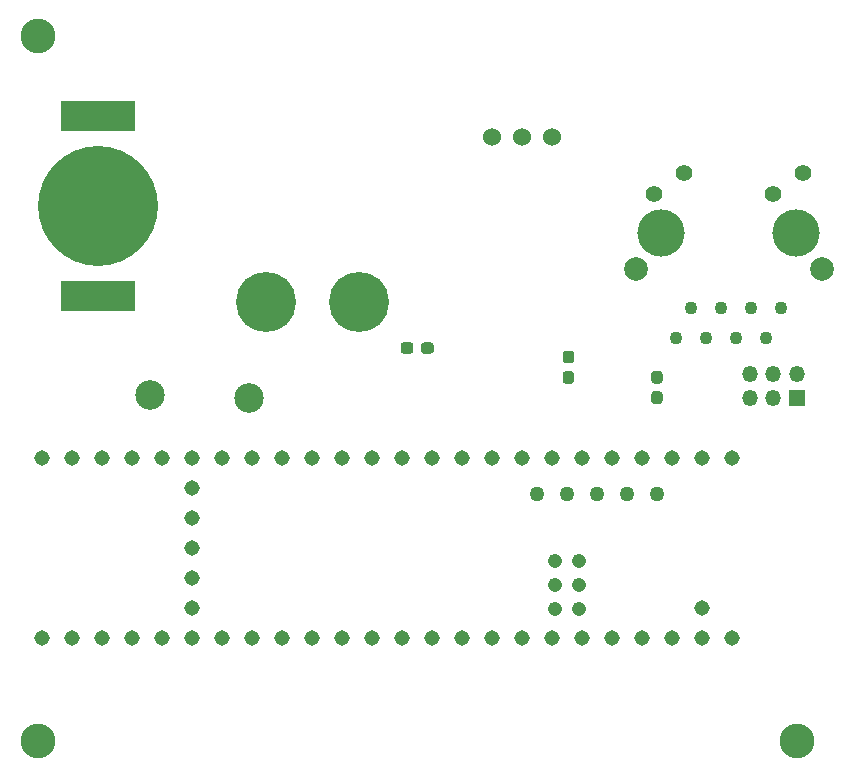
<source format=gbr>
%TF.GenerationSoftware,KiCad,Pcbnew,(5.1.10)-1*%
%TF.CreationDate,2021-12-04T17:03:40-06:00*%
%TF.ProjectId,blackbox_rev1,626c6163-6b62-46f7-985f-726576312e6b,rev?*%
%TF.SameCoordinates,Original*%
%TF.FileFunction,Soldermask,Top*%
%TF.FilePolarity,Negative*%
%FSLAX46Y46*%
G04 Gerber Fmt 4.6, Leading zero omitted, Abs format (unit mm)*
G04 Created by KiCad (PCBNEW (5.1.10)-1) date 2021-12-04 17:03:40*
%MOMM*%
%LPD*%
G01*
G04 APERTURE LIST*
%ADD10C,1.308000*%
%ADD11C,1.258000*%
%ADD12C,1.208000*%
%ADD13C,2.946400*%
%ADD14O,1.350000X1.350000*%
%ADD15R,1.350000X1.350000*%
%ADD16C,1.524000*%
%ADD17C,2.500000*%
%ADD18C,1.100000*%
%ADD19C,4.000000*%
%ADD20C,1.400000*%
%ADD21C,2.000000*%
%ADD22C,5.080000*%
%ADD23C,10.160000*%
%ADD24R,6.350000X2.540000*%
G04 APERTURE END LIST*
D10*
%TO.C,U1*%
X107061000Y-77597000D03*
X66421000Y-77597000D03*
X61341000Y-62357000D03*
X81661000Y-77597000D03*
X79121000Y-62357000D03*
X71501000Y-62357000D03*
X89281000Y-77597000D03*
X107061000Y-62357000D03*
X74041000Y-62357000D03*
X104521000Y-77597000D03*
X94361000Y-62357000D03*
X99441000Y-62357000D03*
X91821000Y-77597000D03*
X84201000Y-77597000D03*
D11*
X98171000Y-65407000D03*
D10*
X56261000Y-77597000D03*
X68961000Y-62357000D03*
X58801000Y-77597000D03*
X81661000Y-62357000D03*
X86741000Y-62357000D03*
X96901000Y-62357000D03*
D11*
X100711000Y-65407000D03*
D10*
X101981000Y-62357000D03*
X74041000Y-77597000D03*
X63881000Y-77597000D03*
D12*
X101711000Y-71147000D03*
D10*
X91821000Y-62357000D03*
X94361000Y-77597000D03*
X68961000Y-77597000D03*
X63881000Y-62357000D03*
X56261000Y-62357000D03*
X76581000Y-62357000D03*
X66421000Y-62357000D03*
X99441000Y-77597000D03*
X96901000Y-77597000D03*
D11*
X103251000Y-65407000D03*
D10*
X84201000Y-62357000D03*
X76581000Y-77597000D03*
D12*
X101711000Y-73147000D03*
D10*
X61341000Y-77597000D03*
X112141000Y-77597000D03*
X86741000Y-77597000D03*
D11*
X105791000Y-65407000D03*
D10*
X109601000Y-62357000D03*
D11*
X108331000Y-65407000D03*
D10*
X109601000Y-77597000D03*
X101981000Y-77597000D03*
X104521000Y-62357000D03*
X71501000Y-77597000D03*
X58801000Y-62357000D03*
X89281000Y-62357000D03*
X114681000Y-77597000D03*
X68961000Y-69977000D03*
D12*
X99711000Y-73147000D03*
D10*
X68961000Y-72517000D03*
X112141000Y-75057000D03*
X68961000Y-67437000D03*
X112141000Y-62357000D03*
D12*
X101711000Y-75147000D03*
D10*
X68961000Y-75057000D03*
D12*
X99711000Y-71147000D03*
X99711000Y-75147000D03*
D10*
X79121000Y-77597000D03*
X68961000Y-64897000D03*
X114681000Y-62357000D03*
%TD*%
D13*
%TO.C,REF\u002A\u002A*%
X55880000Y-26670000D03*
%TD*%
%TO.C,REF\u002A\u002A*%
X120142000Y-86360000D03*
%TD*%
%TO.C,REF\u002A\u002A*%
X55880000Y-86360000D03*
%TD*%
D14*
%TO.C,Conn2*%
X116160800Y-55295800D03*
X116160800Y-57295800D03*
X118160800Y-55295800D03*
X118160800Y-57295800D03*
X120160800Y-55295800D03*
D15*
X120160800Y-57295800D03*
%TD*%
D16*
%TO.C,U2*%
X99441000Y-35179000D03*
X96901000Y-35179000D03*
X94361000Y-35179000D03*
%TD*%
D17*
%TO.C,TP2*%
X65405000Y-57023000D03*
%TD*%
%TO.C,TP1*%
X73787000Y-57277000D03*
%TD*%
D18*
%TO.C,J1*%
X109929200Y-52243000D03*
X112469200Y-52243000D03*
X115009200Y-52243000D03*
X117549200Y-52243000D03*
X111199200Y-49703000D03*
X113739200Y-49703000D03*
X116279200Y-49703000D03*
X118819200Y-49703000D03*
D19*
X108659200Y-43353000D03*
X120089200Y-43353000D03*
D20*
X110589200Y-38273000D03*
X118159200Y-40063000D03*
X108049200Y-40063000D03*
X120699200Y-38273000D03*
D21*
X122249200Y-46403000D03*
X106499200Y-46403000D03*
%TD*%
D22*
%TO.C,Conn1*%
X75184000Y-49174400D03*
X83058000Y-49174400D03*
%TD*%
%TO.C,C3*%
G36*
G01*
X108543100Y-56088400D02*
X108068100Y-56088400D01*
G75*
G02*
X107830600Y-55850900I0J237500D01*
G01*
X107830600Y-55250900D01*
G75*
G02*
X108068100Y-55013400I237500J0D01*
G01*
X108543100Y-55013400D01*
G75*
G02*
X108780600Y-55250900I0J-237500D01*
G01*
X108780600Y-55850900D01*
G75*
G02*
X108543100Y-56088400I-237500J0D01*
G01*
G37*
G36*
G01*
X108543100Y-57813400D02*
X108068100Y-57813400D01*
G75*
G02*
X107830600Y-57575900I0J237500D01*
G01*
X107830600Y-56975900D01*
G75*
G02*
X108068100Y-56738400I237500J0D01*
G01*
X108543100Y-56738400D01*
G75*
G02*
X108780600Y-56975900I0J-237500D01*
G01*
X108780600Y-57575900D01*
G75*
G02*
X108543100Y-57813400I-237500J0D01*
G01*
G37*
%TD*%
%TO.C,C2*%
G36*
G01*
X100575100Y-55036600D02*
X101050100Y-55036600D01*
G75*
G02*
X101287600Y-55274100I0J-237500D01*
G01*
X101287600Y-55874100D01*
G75*
G02*
X101050100Y-56111600I-237500J0D01*
G01*
X100575100Y-56111600D01*
G75*
G02*
X100337600Y-55874100I0J237500D01*
G01*
X100337600Y-55274100D01*
G75*
G02*
X100575100Y-55036600I237500J0D01*
G01*
G37*
G36*
G01*
X100575100Y-53311600D02*
X101050100Y-53311600D01*
G75*
G02*
X101287600Y-53549100I0J-237500D01*
G01*
X101287600Y-54149100D01*
G75*
G02*
X101050100Y-54386600I-237500J0D01*
G01*
X100575100Y-54386600D01*
G75*
G02*
X100337600Y-54149100I0J237500D01*
G01*
X100337600Y-53549100D01*
G75*
G02*
X100575100Y-53311600I237500J0D01*
G01*
G37*
%TD*%
%TO.C,C1*%
G36*
G01*
X88336000Y-53323500D02*
X88336000Y-52848500D01*
G75*
G02*
X88573500Y-52611000I237500J0D01*
G01*
X89173500Y-52611000D01*
G75*
G02*
X89411000Y-52848500I0J-237500D01*
G01*
X89411000Y-53323500D01*
G75*
G02*
X89173500Y-53561000I-237500J0D01*
G01*
X88573500Y-53561000D01*
G75*
G02*
X88336000Y-53323500I0J237500D01*
G01*
G37*
G36*
G01*
X86611000Y-53323500D02*
X86611000Y-52848500D01*
G75*
G02*
X86848500Y-52611000I237500J0D01*
G01*
X87448500Y-52611000D01*
G75*
G02*
X87686000Y-52848500I0J-237500D01*
G01*
X87686000Y-53323500D01*
G75*
G02*
X87448500Y-53561000I-237500J0D01*
G01*
X86848500Y-53561000D01*
G75*
G02*
X86611000Y-53323500I0J237500D01*
G01*
G37*
%TD*%
D23*
%TO.C,BT1*%
X60960000Y-41021000D03*
D24*
X60960000Y-48641000D03*
X60960000Y-33401000D03*
%TD*%
M02*

</source>
